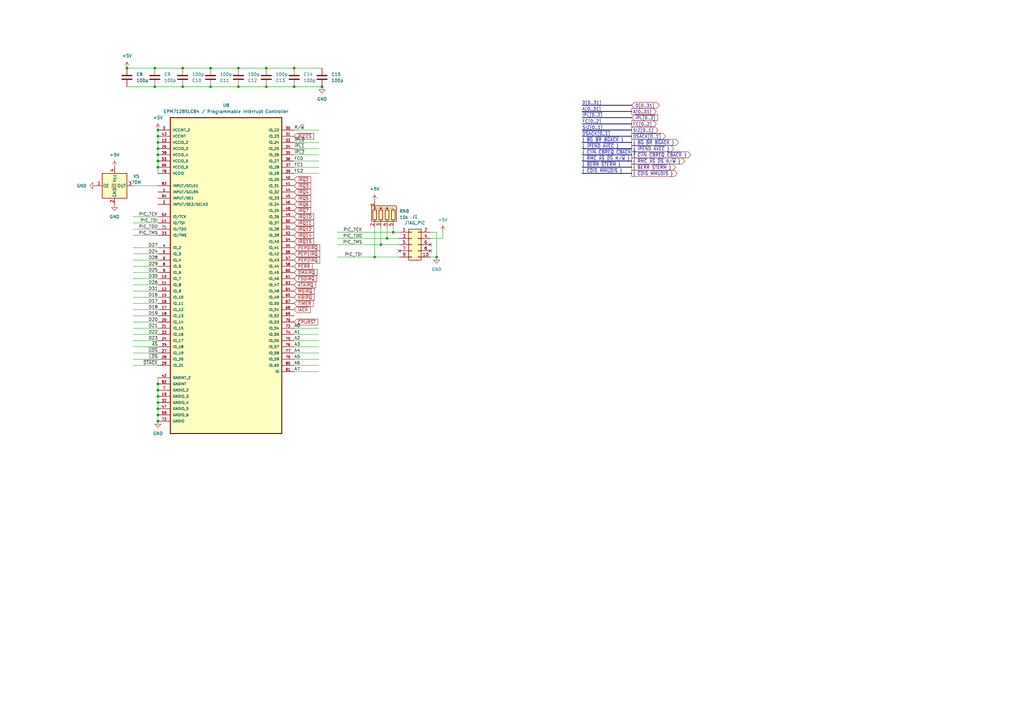
<source format=kicad_sch>
(kicad_sch (version 20230121) (generator eeschema)
  (paper "A3")
  (lib_symbols
    (symbol "Connector_Generic:Conn_02x05_Odd_Even" (pin_names (offset 1.016) hide)
      (property "Reference" "J" (at 1.27 7.62 0))
      (property "Value" "Conn_02x05_Odd_Even" (at 1.27 -7.62 0))
      (symbol "Conn_02x05_Odd_Even_1_1"
        (rectangle (start -1.27 -4.953) (end 0 -5.207) (stroke (width 0.1524)))
        (rectangle (start -1.27 -2.413) (end 0 -2.667) (stroke (width 0.1524)))
        (rectangle (start -1.27 0.127) (end 0 -0.127) (stroke (width 0.1524)))
        (rectangle (start -1.27 2.667) (end 0 2.413) (stroke (width 0.1524)))
        (rectangle (start -1.27 5.207) (end 0 4.953) (stroke (width 0.1524)))
        (rectangle (start -1.27 6.35) (end 3.81 -6.35) (stroke (width 0.254)) (fill (type background)))
        (rectangle (start 3.81 -4.953) (end 2.54 -5.207) (stroke (width 0.1524)))
        (rectangle (start 3.81 -2.413) (end 2.54 -2.667) (stroke (width 0.1524)))
        (rectangle (start 3.81 0.127) (end 2.54 -0.127) (stroke (width 0.1524)))
        (rectangle (start 3.81 2.667) (end 2.54 2.413) (stroke (width 0.1524)))
        (rectangle (start 3.81 5.207) (end 2.54 4.953) (stroke (width 0.1524)))
        (pin passive line (at -5.08 5.08 0) (length 3.81) (name "Pin_1") (number "1"))
        (pin passive line (at 7.62 -5.08 180) (length 3.81) (name "Pin_10") (number "10"))
        (pin passive line (at 7.62 5.08 180) (length 3.81) (name "Pin_2") (number "2"))
        (pin passive line (at -5.08 2.54 0) (length 3.81) (name "Pin_3") (number "3"))
        (pin passive line (at 7.62 2.54 180) (length 3.81) (name "Pin_4") (number "4"))
        (pin passive line (at -5.08 0 0) (length 3.81) (name "Pin_5") (number "5"))
        (pin passive line (at 7.62 0 180) (length 3.81) (name "Pin_6") (number "6"))
        (pin passive line (at -5.08 -2.54 0) (length 3.81) (name "Pin_7") (number "7"))
        (pin passive line (at 7.62 -2.54 180) (length 3.81) (name "Pin_8") (number "8"))
        (pin passive line (at -5.08 -5.08 0) (length 3.81) (name "Pin_9") (number "9"))
      )
    )
    (symbol "Device:C" (pin_numbers hide) (pin_names (offset 0.254))
      (property "Reference" "C" (at 0.635 2.54 0))
      (property "Value" "C" (at 0.635 -2.54 0))
      (symbol "C_0_1"
        (polyline (pts (xy -2.032 -0.762) (xy 2.032 -0.762)) (stroke (width 0.508)))
        (polyline (pts (xy -2.032 0.762) (xy 2.032 0.762)) (stroke (width 0.508)))
      )
      (symbol "C_1_1"
        (pin passive line (at 0 3.81 270) (length 2.794) (name "~") (number "1"))
        (pin passive line (at 0 -3.81 90) (length 2.794) (name "~") (number "2"))
      )
    )
    (symbol "Device:R_Network04" (pin_names (offset 0) hide)
      (property "Reference" "RN" (at -7.62 0 90))
      (property "Value" "R_Network04" (at 5.08 0 90))
      (symbol "R_Network04_0_1"
        (rectangle (start -6.35 -3.175) (end 3.81 3.175) (stroke (width 0.254)) (fill (type background)))
        (rectangle (start -5.842 1.524) (end -4.318 -2.54) (stroke (width 0.254)))
        (circle (center -5.08 2.286) (radius 0.254) (fill (type outline)))
        (rectangle (start -3.302 1.524) (end -1.778 -2.54) (stroke (width 0.254)))
        (circle (center -2.54 2.286) (radius 0.254) (fill (type outline)))
        (rectangle (start -0.762 1.524) (end 0.762 -2.54) (stroke (width 0.254)))
        (polyline (pts (xy -5.08 -2.54) (xy -5.08 -3.81)))
        (polyline (pts (xy -2.54 -2.54) (xy -2.54 -3.81)))
        (polyline (pts (xy 0 -2.54) (xy 0 -3.81)))
        (polyline (pts (xy 2.54 -2.54) (xy 2.54 -3.81)))
        (polyline (pts (xy -5.08 1.524) (xy -5.08 2.286) (xy -2.54 2.286) (xy -2.54 1.524)))
        (polyline (pts (xy -2.54 1.524) (xy -2.54 2.286) (xy 0 2.286) (xy 0 1.524)))
        (polyline (pts (xy 0 1.524) (xy 0 2.286) (xy 2.54 2.286) (xy 2.54 1.524)))
        (circle (center 0 2.286) (radius 0.254) (fill (type outline)))
        (rectangle (start 1.778 1.524) (end 3.302 -2.54) (stroke (width 0.254)))
      )
      (symbol "R_Network04_1_1"
        (pin passive line (at -5.08 5.08 270) (length 2.54) (name "common") (number "1"))
        (pin passive line (at -5.08 -5.08 90) (length 1.27) (name "R1") (number "2"))
        (pin passive line (at -2.54 -5.08 90) (length 1.27) (name "R2") (number "3"))
        (pin passive line (at 0 -5.08 90) (length 1.27) (name "R3") (number "4"))
        (pin passive line (at 2.54 -5.08 90) (length 1.27) (name "R4") (number "5"))
      )
    )
    (symbol "EPM7128SLC84-15:EPM7128SLC84-15" (pin_names (offset 1.016))
      (property "Reference" "U" (at -5.3672 65.0935 0))
      (property "Value" "EPM7128SLC84-15" (at -5.497 -74.6679 0))
      (symbol "EPM7128SLC84-15_0_0"
        (rectangle (start -22.86 -68.58) (end 22.86 60.96) (stroke (width 0.4064)) (fill (type background)))
        (pin input line (at -27.94 30.48 0) (length 5.08) (name "INPUT/GCLRN") (number "1"))
        (pin bidirectional line (at -27.94 -5.08 0) (length 5.08) (name "IO_7") (number "10"))
        (pin bidirectional line (at -27.94 -7.62 0) (length 5.08) (name "IO_8") (number "11"))
        (pin bidirectional line (at -27.94 -10.16 0) (length 5.08) (name "IO_9") (number "12"))
        (pin power_in line (at -27.94 50.8 0) (length 5.08) (name "VCCIO_2") (number "13"))
        (pin bidirectional line (at -27.94 17.78 0) (length 5.08) (name "IO/TDI") (number "14"))
        (pin bidirectional line (at -27.94 -12.7 0) (length 5.08) (name "IO_10") (number "15"))
        (pin bidirectional line (at -27.94 -15.24 0) (length 5.08) (name "IO_11") (number "16"))
        (pin bidirectional line (at -27.94 -17.78 0) (length 5.08) (name "IO_12") (number "17"))
        (pin bidirectional line (at -27.94 -20.32 0) (length 5.08) (name "IO_13") (number "18"))
        (pin passive line (at -27.94 -53.34 0) (length 5.08) (name "GNDIO_3") (number "19"))
        (pin input line (at -27.94 25.4 0) (length 5.08) (name "INPUT/OE2/GCLK2") (number "2"))
        (pin bidirectional line (at -27.94 -22.86 0) (length 5.08) (name "IO_14") (number "20"))
        (pin bidirectional line (at -27.94 -25.4 0) (length 5.08) (name "IO_15") (number "21"))
        (pin bidirectional line (at -27.94 -27.94 0) (length 5.08) (name "IO_16") (number "22"))
        (pin bidirectional line (at -27.94 12.7 0) (length 5.08) (name "IO/TMS") (number "23"))
        (pin bidirectional line (at -27.94 -30.48 0) (length 5.08) (name "IO_17") (number "24"))
        (pin bidirectional line (at -27.94 -33.02 0) (length 5.08) (name "IO_18") (number "25"))
        (pin power_in line (at -27.94 48.26 0) (length 5.08) (name "VCCIO_3") (number "26"))
        (pin bidirectional line (at -27.94 -35.56 0) (length 5.08) (name "IO_19") (number "27"))
        (pin bidirectional line (at -27.94 -38.1 0) (length 5.08) (name "IO_20") (number "28"))
        (pin bidirectional line (at -27.94 -40.64 0) (length 5.08) (name "IO_21") (number "29"))
        (pin power_in line (at -27.94 55.88 0) (length 5.08) (name "VCCINT_2") (number "3"))
        (pin bidirectional line (at 27.94 55.88 180) (length 5.08) (name "IO_22") (number "30"))
        (pin bidirectional line (at 27.94 53.34 180) (length 5.08) (name "IO_23") (number "31"))
        (pin passive line (at -27.94 -55.88 0) (length 5.08) (name "GNDIO_4") (number "32"))
        (pin bidirectional line (at 27.94 50.8 180) (length 5.08) (name "IO_24") (number "33"))
        (pin bidirectional line (at 27.94 48.26 180) (length 5.08) (name "IO_25") (number "34"))
        (pin bidirectional line (at 27.94 45.72 180) (length 5.08) (name "IO_26") (number "35"))
        (pin bidirectional line (at 27.94 43.18 180) (length 5.08) (name "IO_27") (number "36"))
        (pin bidirectional line (at 27.94 40.64 180) (length 5.08) (name "IO_28") (number "37"))
        (pin power_in line (at -27.94 45.72 0) (length 5.08) (name "VCCIO_4") (number "38"))
        (pin bidirectional line (at 27.94 38.1 180) (length 5.08) (name "IO_29") (number "39"))
        (pin bidirectional line (at -27.94 7.62 0) (length 5.08) (name "IO_2") (number "4"))
        (pin bidirectional line (at 27.94 35.56 180) (length 5.08) (name "IO_30") (number "40"))
        (pin bidirectional line (at 27.94 33.02 180) (length 5.08) (name "IO_31") (number "41"))
        (pin passive line (at -27.94 -45.72 0) (length 5.08) (name "GNDINT_2") (number "42"))
        (pin power_in line (at -27.94 53.34 0) (length 5.08) (name "VCCINT") (number "43"))
        (pin bidirectional line (at 27.94 30.48 180) (length 5.08) (name "IO_32") (number "44"))
        (pin bidirectional line (at 27.94 27.94 180) (length 5.08) (name "IO_33") (number "45"))
        (pin bidirectional line (at 27.94 25.4 180) (length 5.08) (name "IO_34") (number "46"))
        (pin passive line (at -27.94 -58.42 0) (length 5.08) (name "GNDIO_5") (number "47"))
        (pin bidirectional line (at 27.94 22.86 180) (length 5.08) (name "IO_35") (number "48"))
        (pin bidirectional line (at 27.94 20.32 180) (length 5.08) (name "IO_36") (number "49"))
        (pin bidirectional line (at -27.94 5.08 0) (length 5.08) (name "IO_3") (number "5"))
        (pin bidirectional line (at 27.94 17.78 180) (length 5.08) (name "IO_37") (number "50"))
        (pin bidirectional line (at 27.94 15.24 180) (length 5.08) (name "IO_38") (number "51"))
        (pin bidirectional line (at 27.94 12.7 180) (length 5.08) (name "IO_39") (number "52"))
        (pin power_in line (at -27.94 43.18 0) (length 5.08) (name "VCCIO_5") (number "53"))
        (pin bidirectional line (at 27.94 10.16 180) (length 5.08) (name "IO_40") (number "54"))
        (pin bidirectional line (at 27.94 7.62 180) (length 5.08) (name "IO_41") (number "55"))
        (pin bidirectional line (at 27.94 5.08 180) (length 5.08) (name "IO_42") (number "56"))
        (pin bidirectional line (at 27.94 2.54 180) (length 5.08) (name "IO_43") (number "57"))
        (pin bidirectional line (at 27.94 0 180) (length 5.08) (name "IO_44") (number "58"))
        (pin passive line (at -27.94 -60.96 0) (length 5.08) (name "GNDIO_6") (number "59"))
        (pin bidirectional line (at -27.94 2.54 0) (length 5.08) (name "IO_4") (number "6"))
        (pin bidirectional line (at 27.94 -2.54 180) (length 5.08) (name "IO_45") (number "60"))
        (pin bidirectional line (at 27.94 -5.08 180) (length 5.08) (name "IO_46") (number "61"))
        (pin bidirectional line (at -27.94 20.32 0) (length 5.08) (name "IO/TCK") (number "62"))
        (pin bidirectional line (at 27.94 -7.62 180) (length 5.08) (name "IO_47") (number "63"))
        (pin bidirectional line (at 27.94 -10.16 180) (length 5.08) (name "IO_48") (number "64"))
        (pin bidirectional line (at 27.94 -12.7 180) (length 5.08) (name "IO_49") (number "65"))
        (pin power_in line (at -27.94 40.64 0) (length 5.08) (name "VCCIO_6") (number "66"))
        (pin bidirectional line (at 27.94 -15.24 180) (length 5.08) (name "IO_50") (number "67"))
        (pin bidirectional line (at 27.94 -17.78 180) (length 5.08) (name "IO_51") (number "68"))
        (pin bidirectional line (at 27.94 -20.32 180) (length 5.08) (name "IO_52") (number "69"))
        (pin passive line (at -27.94 -50.8 0) (length 5.08) (name "GNDIO_2") (number "7"))
        (pin bidirectional line (at 27.94 -22.86 180) (length 5.08) (name "IO_53") (number "70"))
        (pin bidirectional line (at -27.94 15.24 0) (length 5.08) (name "IO/TDO") (number "71"))
        (pin passive line (at -27.94 -63.5 0) (length 5.08) (name "GNDIO") (number "72"))
        (pin bidirectional line (at 27.94 -25.4 180) (length 5.08) (name "IO_54") (number "73"))
        (pin bidirectional line (at 27.94 -27.94 180) (length 5.08) (name "IO_55") (number "74"))
        (pin bidirectional line (at 27.94 -30.48 180) (length 5.08) (name "IO_56") (number "75"))
        (pin bidirectional line (at 27.94 -33.02 180) (length 5.08) (name "IO_57") (number "76"))
        (pin bidirectional line (at 27.94 -35.56 180) (length 5.08) (name "IO_58") (number "77"))
        (pin power_in line (at -27.94 38.1 0) (length 5.08) (name "VCCIO") (number "78"))
        (pin bidirectional line (at 27.94 -38.1 180) (length 5.08) (name "IO_59") (number "79"))
        (pin bidirectional line (at -27.94 0 0) (length 5.08) (name "IO_5") (number "8"))
        (pin bidirectional line (at 27.94 -40.64 180) (length 5.08) (name "IO_60") (number "80"))
        (pin bidirectional line (at 27.94 -43.18 180) (length 5.08) (name "IO") (number "81"))
        (pin passive line (at -27.94 -48.26 0) (length 5.08) (name "GNDINT") (number "82"))
        (pin input line (at -27.94 33.02 0) (length 5.08) (name "INPUT/GCLK1") (number "83"))
        (pin input line (at -27.94 27.94 0) (length 5.08) (name "INPUT/OE1") (number "84"))
        (pin bidirectional line (at -27.94 -2.54 0) (length 5.08) (name "IO_6") (number "9"))
      )
    )
    (symbol "Oscillator:SG-8002CA" (pin_names (offset 0.254))
      (property "Reference" "X" (at -5.08 6.35 0))
      (property "Value" "SG-8002CA" (at 1.27 -6.35 0))
      (symbol "SG-8002CA_0_1"
        (rectangle (start -5.08 5.08) (end 5.08 -5.08) (stroke (width 0.254)) (fill (type background)))
        (polyline (pts (xy -1.27 -0.762) (xy -1.016 -0.762) (xy -1.016 0.762) (xy -0.508 0.762) (xy -0.508 -0.762) (xy 0 -0.762) (xy 0 0.762) (xy 0.508 0.762) (xy 0.508 -0.762) (xy 0.762 -0.762)))
      )
      (symbol "SG-8002CA_1_1"
        (pin input line (at -7.62 0 0) (length 2.54) (name "OE") (number "1"))
        (pin power_in line (at 0 -7.62 90) (length 2.54) (name "GND") (number "2"))
        (pin output line (at 7.62 0 180) (length 2.54) (name "OUT") (number "3"))
        (pin power_in line (at 0 7.62 270) (length 2.54) (name "Vcc") (number "4"))
      )
    )
    (symbol "power:+5V" (power) (pin_names (offset 0))
      (property "Value" "+5V" (at 0 3.556 0))
      (symbol "+5V_0_1"
        (polyline (pts (xy -0.762 1.27) (xy 0 2.54)))
        (polyline (pts (xy 0 0) (xy 0 2.54)))
        (polyline (pts (xy 0 2.54) (xy 0.762 1.27)))
      )
      (symbol "+5V_1_1"
        (pin power_in line (at 0 0 90) (length 0) hide (name "+5V") (number "1"))
      )
    )
    (symbol "power:GND" (power) (pin_names (offset 0))
      (property "Value" "GND" (at 0 -3.81 0))
      (symbol "GND_0_1"
        (polyline (pts (xy 0 0) (xy 0 -1.27) (xy 1.27 -1.27) (xy 0 -2.54) (xy -1.27 -1.27) (xy 0 -1.27)))
      )
      (symbol "GND_1_1"
        (pin power_in line (at 0 0 270) (length 0) hide (name "GND") (number "1"))
      )
    )
  )
  (junction (at 109.22 35.56))
  (junction (at 86.36 35.56))
  (junction (at 64.77 63.5))
  (junction (at 64.77 162.56))
  (junction (at 64.77 167.64))
  (junction (at 156.21 100.33))
  (junction (at 86.36 27.94))
  (junction (at 64.77 58.42))
  (junction (at 64.77 66.04))
  (junction (at 158.75 97.79))
  (junction (at 64.77 170.18))
  (junction (at 64.77 53.34))
  (junction (at 97.79 27.94))
  (junction (at 97.79 35.56))
  (junction (at 109.22 27.94))
  (junction (at 120.65 27.94))
  (junction (at 74.93 27.94))
  (junction (at 132.08 35.56))
  (junction (at 64.77 55.88))
  (junction (at 153.67 105.41))
  (junction (at 52.07 27.94))
  (junction (at 64.77 172.72))
  (junction (at 120.65 35.56))
  (junction (at 63.5 27.94))
  (junction (at 64.77 60.96))
  (junction (at 161.29 95.25))
  (junction (at 179.07 105.41))
  (junction (at 64.77 68.58))
  (junction (at 64.77 160.02))
  (junction (at 63.5 35.56))
  (junction (at 64.77 157.48))
  (junction (at 64.77 165.1))
  (junction (at 74.93 35.56))
  (no_connect (at 163.83 102.87))
  (no_connect (at 176.53 100.33))
  (no_connect (at 176.53 102.87))
  (bus (pts (xy 238.76 71.12) (xy 259.08 71.12)))
  (wire (pts (xy 130.81 63.5) (xy 120.65 63.5)))
  (wire (pts (xy 153.67 92.71) (xy 153.67 105.41)))
  (bus (pts (xy 238.76 68.58) (xy 259.08 68.58)))
  (bus (pts (xy 238.76 60.96) (xy 259.08 60.96)))
  (wire (pts (xy 54.61 111.76) (xy 64.77 111.76)))
  (bus (pts (xy 238.76 55.88) (xy 259.08 55.88)))
  (wire (pts (xy 64.77 60.96) (xy 64.77 63.5)))
  (bus (pts (xy 238.76 45.72) (xy 259.08 45.72)))
  (bus (pts (xy 238.76 53.34) (xy 259.08 53.34)))
  (wire (pts (xy 130.81 144.78) (xy 120.65 144.78)))
  (wire (pts (xy 179.07 95.25) (xy 179.07 105.41)))
  (wire (pts (xy 176.53 95.25) (xy 179.07 95.25)))
  (wire (pts (xy 54.61 137.16) (xy 64.77 137.16)))
  (wire (pts (xy 86.36 35.56) (xy 74.93 35.56)))
  (wire (pts (xy 54.61 129.54) (xy 64.77 129.54)))
  (wire (pts (xy 54.61 106.68) (xy 64.77 106.68)))
  (wire (pts (xy 64.77 157.48) (xy 64.77 160.02)))
  (wire (pts (xy 109.22 27.94) (xy 120.65 27.94)))
  (wire (pts (xy 130.81 53.34) (xy 120.65 53.34)))
  (bus (pts (xy 238.76 50.8) (xy 259.08 50.8)))
  (wire (pts (xy 176.53 105.41) (xy 179.07 105.41)))
  (wire (pts (xy 54.61 124.46) (xy 64.77 124.46)))
  (wire (pts (xy 130.81 147.32) (xy 120.65 147.32)))
  (wire (pts (xy 130.81 142.24) (xy 120.65 142.24)))
  (wire (pts (xy 138.43 95.25) (xy 161.29 95.25)))
  (wire (pts (xy 64.77 160.02) (xy 64.77 162.56)))
  (wire (pts (xy 54.61 134.62) (xy 64.77 134.62)))
  (wire (pts (xy 138.43 97.79) (xy 158.75 97.79)))
  (wire (pts (xy 54.61 144.78) (xy 64.77 144.78)))
  (wire (pts (xy 54.61 109.22) (xy 64.77 109.22)))
  (bus (pts (xy 238.76 58.42) (xy 259.08 58.42)))
  (wire (pts (xy 138.43 105.41) (xy 153.67 105.41)))
  (wire (pts (xy 64.77 162.56) (xy 64.77 165.1)))
  (wire (pts (xy 130.81 134.62) (xy 120.65 134.62)))
  (wire (pts (xy 54.61 96.52) (xy 64.77 96.52)))
  (wire (pts (xy 54.61 101.6) (xy 64.77 101.6)))
  (wire (pts (xy 52.07 27.94) (xy 63.5 27.94)))
  (wire (pts (xy 138.43 100.33) (xy 156.21 100.33)))
  (wire (pts (xy 132.08 35.56) (xy 120.65 35.56)))
  (wire (pts (xy 109.22 35.56) (xy 97.79 35.56)))
  (wire (pts (xy 54.61 93.98) (xy 64.77 93.98)))
  (wire (pts (xy 63.5 35.56) (xy 52.07 35.56)))
  (wire (pts (xy 54.61 149.86) (xy 64.77 149.86)))
  (wire (pts (xy 156.21 100.33) (xy 163.83 100.33)))
  (wire (pts (xy 54.61 132.08) (xy 64.77 132.08)))
  (wire (pts (xy 64.77 55.88) (xy 64.77 58.42)))
  (wire (pts (xy 64.77 58.42) (xy 64.77 60.96)))
  (bus (pts (xy 238.76 43.18) (xy 259.08 43.18)))
  (wire (pts (xy 130.81 137.16) (xy 120.65 137.16)))
  (wire (pts (xy 54.61 142.24) (xy 64.77 142.24)))
  (wire (pts (xy 156.21 92.71) (xy 156.21 100.33)))
  (wire (pts (xy 54.61 139.7) (xy 64.77 139.7)))
  (wire (pts (xy 161.29 92.71) (xy 161.29 95.25)))
  (wire (pts (xy 161.29 95.25) (xy 163.83 95.25)))
  (wire (pts (xy 130.81 71.12) (xy 120.65 71.12)))
  (wire (pts (xy 54.61 127) (xy 64.77 127)))
  (wire (pts (xy 64.77 154.94) (xy 64.77 157.48)))
  (wire (pts (xy 130.81 66.04) (xy 120.65 66.04)))
  (wire (pts (xy 181.61 97.79) (xy 176.53 97.79)))
  (bus (pts (xy 238.76 63.5) (xy 259.08 63.5)))
  (wire (pts (xy 130.81 68.58) (xy 120.65 68.58)))
  (wire (pts (xy 64.77 53.34) (xy 64.77 55.88)))
  (wire (pts (xy 120.65 35.56) (xy 109.22 35.56)))
  (wire (pts (xy 153.67 105.41) (xy 163.83 105.41)))
  (wire (pts (xy 64.77 63.5) (xy 64.77 66.04)))
  (wire (pts (xy 86.36 27.94) (xy 97.79 27.94)))
  (wire (pts (xy 54.61 88.9) (xy 64.77 88.9)))
  (wire (pts (xy 97.79 27.94) (xy 109.22 27.94)))
  (wire (pts (xy 54.61 121.92) (xy 64.77 121.92)))
  (wire (pts (xy 158.75 92.71) (xy 158.75 97.79)))
  (wire (pts (xy 120.65 27.94) (xy 132.08 27.94)))
  (wire (pts (xy 130.81 139.7) (xy 120.65 139.7)))
  (wire (pts (xy 64.77 165.1) (xy 64.77 167.64)))
  (wire (pts (xy 74.93 27.94) (xy 86.36 27.94)))
  (wire (pts (xy 130.81 152.4) (xy 120.65 152.4)))
  (wire (pts (xy 63.5 27.94) (xy 74.93 27.94)))
  (wire (pts (xy 54.61 147.32) (xy 64.77 147.32)))
  (wire (pts (xy 54.61 119.38) (xy 64.77 119.38)))
  (wire (pts (xy 54.61 76.2) (xy 64.77 76.2)))
  (wire (pts (xy 64.77 68.58) (xy 64.77 71.12)))
  (wire (pts (xy 54.61 116.84) (xy 64.77 116.84)))
  (wire (pts (xy 181.61 95.25) (xy 181.61 97.79)))
  (wire (pts (xy 130.81 60.96) (xy 120.65 60.96)))
  (wire (pts (xy 64.77 167.64) (xy 64.77 170.18)))
  (wire (pts (xy 130.81 58.42) (xy 120.65 58.42)))
  (wire (pts (xy 97.79 35.56) (xy 86.36 35.56)))
  (bus (pts (xy 238.76 66.04) (xy 259.08 66.04)))
  (wire (pts (xy 130.81 149.86) (xy 120.65 149.86)))
  (wire (pts (xy 54.61 114.3) (xy 64.77 114.3)))
  (wire (pts (xy 64.77 66.04) (xy 64.77 68.58)))
  (wire (pts (xy 54.61 104.14) (xy 64.77 104.14)))
  (wire (pts (xy 64.77 170.18) (xy 64.77 172.72)))
  (bus (pts (xy 238.76 48.26) (xy 259.08 48.26)))
  (wire (pts (xy 54.61 91.44) (xy 64.77 91.44)))
  (wire (pts (xy 74.93 35.56) (xy 63.5 35.56)))
  (wire (pts (xy 158.75 97.79) (xy 163.83 97.79)))
  (label "D17" (at 64.77 124.46 180))
  (label "A[0..31]" (at 238.76 45.72 0))
  (label "A1" (at 120.65 137.16 0))
  (label "~{IPL[0..2]}" (at 238.76 48.26 0))
  (label "A7" (at 120.65 152.4 0))
  (label "D19" (at 64.77 129.54 180))
  (label "~{AS}" (at 64.77 142.24 180))
  (label "D22" (at 64.77 137.16 180))
  (label "PIC_TCK" (at 64.77 88.9 180))
  (label "D29" (at 64.77 109.22 180))
  (label "D20" (at 64.77 132.08 180))
  (label "A5" (at 120.65 147.32 0))
  (label "{ ~{IPEND} ~{AVEC} }" (at 238.76 60.96 0))
  (label "A4" (at 120.65 144.78 0))
  (label "~{UDS}" (at 64.77 144.78 180))
  (label "D23" (at 64.77 139.7 180))
  (label "{ ~{RMC} ~{AS} ~{DS} R{slash}~{W} }" (at 238.76 66.04 0))
  (label "A3" (at 120.65 142.24 0))
  (label "~{LDS}" (at 64.77 147.32 180))
  (label "D28" (at 64.77 106.68 180))
  (label "D25" (at 64.77 111.76 180))
  (label "A0" (at 120.65 134.62 0))
  (label "SIZ[0..1]" (at 238.76 53.34 0))
  (label "PIC_TDO" (at 64.77 93.98 180))
  (label "FC0" (at 120.65 66.04 0))
  (label "FC[0..2]" (at 238.76 50.8 0))
  (label "D[0..31]" (at 238.76 43.18 0))
  (label "PIC_TMS" (at 64.77 96.52 180))
  (label "{ ~{BERR} ~{STERM} }" (at 238.76 68.58 0))
  (label "FC2" (at 120.65 71.12 0))
  (label "~{DTACK}" (at 64.77 149.86 180))
  (label "D24" (at 64.77 104.14 180))
  (label "PIC_TDO" (at 148.59 97.79 180))
  (label "FC1" (at 120.65 68.58 0))
  (label "D31" (at 64.77 119.38 180))
  (label "{ ~{CDIS} ~{MMUDIS} }" (at 238.76 71.12 0))
  (label "PIC_TCK" (at 148.59 95.25 180))
  (label "D16" (at 64.77 121.92 180))
  (label "{ ~{BG} ~{BR} ~{BGACK} }" (at 238.76 58.42 0))
  (label "A2" (at 120.65 139.7 0))
  (label "D30" (at 64.77 114.3 180))
  (label "PIC_TMS" (at 148.6184 100.33 180))
  (label "{ ~{CIIN} ~{CBREQ} ~{CBACK} }" (at 238.76 63.5 0))
  (label "PIC_TDI" (at 148.59 105.41 180))
  (label "D26" (at 64.77 116.84 180))
  (label "A6" (at 120.65 149.86 0))
  (label "~{IPL2}" (at 120.65 63.5 0))
  (label "D18" (at 64.77 127 180))
  (label "~{IPL1}" (at 120.65 60.96 0))
  (label "~{DSACK[0..1]}" (at 238.76 55.88 0))
  (label "R{slash}~{W}" (at 120.65 53.34 0))
  (label "PIC_TDI" (at 64.77 91.44 180))
  (label "D21" (at 64.77 134.62 180))
  (label "D27" (at 64.77 101.6 180))
  (label "~{IPL0}" (at 120.65 58.42 0))
  (global_label "D[0..31]" (shape bidirectional) (at 259.08 43.18 0) (property "Intersheetrefs" "${INTERSHEET_REFS}" (effects hide)))
  (global_label "~{IRQ6}" (shape input) (at 120.65 83.82 0) (property "Intersheetrefs" "${INTERSHEET_REFS}" (effects hide)))
  (global_label "{ ~{CIIN} ~{CBREQ} ~{CBACK} }" (shape output) (at 259.08 63.5 0) (property "Intersheetrefs" "${INTERSHEET_REFS}" (effects hide)))
  (global_label "SIZ[0..1]" (shape output) (at 259.08 53.34 0) (property "Intersheetrefs" "${INTERSHEET_REFS}" (effects hide)))
  (global_label "{ ~{IPEND} ~{AVEC} }" (shape output) (at 259.08 60.96 0) (property "Intersheetrefs" "${INTERSHEET_REFS}" (effects hide)))
  (global_label "~{IRQ4}" (shape input) (at 120.65 78.74 0) (property "Intersheetrefs" "${INTERSHEET_REFS}" (effects hide)))
  (global_label "~{PICCS}" (shape input) (at 120.65 55.88 0) (property "Intersheetrefs" "${INTERSHEET_REFS}" (effects hide)))
  (global_label "~{IRQ11}" (shape input) (at 120.65 91.44 0) (property "Intersheetrefs" "${INTERSHEET_REFS}" (effects hide)))
  (global_label "~{IRQ15}" (shape input) (at 120.65 99.06 0) (property "Intersheetrefs" "${INTERSHEET_REFS}" (effects hide)))
  (global_label "~{IRQ2}" (shape input) (at 120.65 73.66 0) (property "Intersheetrefs" "${INTERSHEET_REFS}" (effects hide)))
  (global_label "~{TIMER}" (shape input) (at 120.65 124.46 0) (property "Intersheetrefs" "${INTERSHEET_REFS}" (effects hide)))
  (global_label "~{DMAIRQ}" (shape input) (at 120.65 111.76 0) (property "Intersheetrefs" "${INTERSHEET_REFS}" (effects hide)))
  (global_label "~{PEP0IRQ}" (shape input) (at 120.65 101.6 0) (property "Intersheetrefs" "${INTERSHEET_REFS}" (effects hide)))
  (global_label "{ ~{BERR} ~{STERM} }" (shape output) (at 259.08 68.58 0) (property "Intersheetrefs" "${INTERSHEET_REFS}" (effects hide)))
  (global_label "~{CPURST}" (shape input) (at 120.65 132.08 0) (property "Intersheetrefs" "${INTERSHEET_REFS}" (effects hide)))
  (global_label "~{IRQ14}" (shape input) (at 120.65 96.52 0) (property "Intersheetrefs" "${INTERSHEET_REFS}" (effects hide)))
  (global_label "~{IRQ5}" (shape input) (at 120.65 81.28 0) (property "Intersheetrefs" "${INTERSHEET_REFS}" (effects hide)))
  (global_label "FC[0..2]" (shape output) (at 259.08 50.8 0) (property "Intersheetrefs" "${INTERSHEET_REFS}" (effects hide)))
  (global_label "~{IACK}" (shape input) (at 120.65 127 0) (property "Intersheetrefs" "${INTERSHEET_REFS}" (effects hide)))
  (global_label "~{IPL[0..2]}" (shape input) (at 259.08 48.26 0) (property "Intersheetrefs" "${INTERSHEET_REFS}" (effects hide)))
  (global_label "~{IRQ12}" (shape input) (at 120.65 93.98 0) (property "Intersheetrefs" "${INTERSHEET_REFS}" (effects hide)))
  (global_label "A[0..31]" (shape output) (at 259.08 45.72 0) (property "Intersheetrefs" "${INTERSHEET_REFS}" (effects hide)))
  (global_label "~{ATAIRQ}" (shape input) (at 120.65 116.84 0) (property "Intersheetrefs" "${INTERSHEET_REFS}" (effects hide)))
  (global_label "~{DSACK[0..1]}" (shape output) (at 259.08 55.88 0) (property "Intersheetrefs" "${INTERSHEET_REFS}" (effects hide)))
  (global_label "{ ~{CDIS} ~{MMUDIS} }" (shape output) (at 259.08 71.12 0) (property "Intersheetrefs" "${INTERSHEET_REFS}" (effects hide)))
  (global_label "~{KBIRQ}" (shape input) (at 120.65 121.92 0) (property "Intersheetrefs" "${INTERSHEET_REFS}" (effects hide)))
  (global_label "~{PEP2IRQ}" (shape input) (at 120.65 106.68 0) (property "Intersheetrefs" "${INTERSHEET_REFS}" (effects hide)))
  (global_label "~{MSIRQ}" (shape input) (at 120.65 119.38 0) (property "Intersheetrefs" "${INTERSHEET_REFS}" (effects hide)))
  (global_label "~{PEP1IRQ}" (shape input) (at 120.65 104.14 0) (property "Intersheetrefs" "${INTERSHEET_REFS}" (effects hide)))
  (global_label "{ ~{RMC} ~{AS} ~{DS} R{slash}~{W} }" (shape output) (at 259.08 66.04 0) (property "Intersheetrefs" "${INTERSHEET_REFS}" (effects hide)))
  (global_label "~{FDDIRQ}" (shape input) (at 120.65 114.3 0) (property "Intersheetrefs" "${INTERSHEET_REFS}" (effects hide)))
  (global_label "{ ~{BG} ~{BR} ~{BGACK} }" (shape output) (at 259.08 58.42 0) (property "Intersheetrefs" "${INTERSHEET_REFS}" (effects hide)))
  (global_label "~{PERR}" (shape input) (at 120.65 109.22 0) (property "Intersheetrefs" "${INTERSHEET_REFS}" (effects hide)))
  (global_label "~{IRQ10}" (shape input) (at 120.65 88.9 0) (property "Intersheetrefs" "${INTERSHEET_REFS}" (effects hide)))
  (global_label "~{IRQ3}" (shape input) (at 120.65 76.2 0) (property "Intersheetrefs" "${INTERSHEET_REFS}" (effects hide)))
  (global_label "~{IRQ7}" (shape input) (at 120.65 86.36 0) (property "Intersheetrefs" "${INTERSHEET_REFS}" (effects hide)))
  (symbol (lib_id "power:GND") (at 64.77 172.72 0) (unit 1)
    (property "Reference" "#PWR046" (effects hide))
    (property "Value" "GND" (at 64.77 177.8 0))
    (instances (project "m68k-hbc" (path "" (reference "#PWR046") (unit 1)) (path "" (reference "#PWR0257") (unit 1))))
  )
  (symbol (lib_id "Device:C") (at 97.79 31.75 0) (mirror x) (unit 1)
    (property "Reference" "C12" (at 101.6 33.02 0) (effects (justify left)))
    (property "Value" "100p" (at 101.6 30.48 0) (effects (justify left)))
    (property "Footprint" "Capacitor_SMD:C_1206_3216Metric_Pad1.33x1.80mm_HandSolder" (effects hide))
    (instances (project "m68k-hbc" (path "" (reference "C12") (unit 1)) (path "" (reference "C80") (unit 1))))
  )
  (symbol (lib_id "Device:C") (at 74.93 31.75 0) (mirror x) (unit 1)
    (property "Reference" "C10" (at 78.74 33.02 0) (effects (justify left)))
    (property "Value" "100p" (at 78.74 30.48 0) (effects (justify left)))
    (property "Footprint" "Capacitor_SMD:C_1206_3216Metric_Pad1.33x1.80mm_HandSolder" (effects hide))
    (instances (project "m68k-hbc" (path "" (reference "C10") (unit 1)) (path "" (reference "C78") (unit 1))))
  )
  (symbol (lib_id "power:+5V") (at 64.77 53.34 0) (unit 1)
    (property "Reference" "#PWR023" (effects hide))
    (property "Value" "+5V" (at 64.77 48.26 0))
    (instances (project "m68k-hbc" (path "" (reference "#PWR023") (unit 1)) (path "" (reference "#PWR0250") (unit 1))))
  )
  (symbol (lib_id "Device:C") (at 63.5 31.75 0) (unit 1)
    (property "Reference" "C9" (at 67.31 30.48 0) (effects (justify left)))
    (property "Value" "100p" (at 67.31 33.02 0) (effects (justify left)))
    (property "Footprint" "Capacitor_SMD:C_1206_3216Metric_Pad1.33x1.80mm_HandSolder" (effects hide))
    (instances (project "m68k-hbc" (path "" (reference "C9") (unit 1)) (path "" (reference "C77") (unit 1))))
  )
  (symbol (lib_id "power:GND") (at 39.37 76.2 270) (unit 1)
    (property "Reference" "#PWR0236" (effects hide))
    (property "Value" "GND" (at 35.56 76.2 90) (effects (justify right)))
    (instances (project "m68k-hbc" (path "" (reference "#PWR0236") (unit 1)) (path "" (reference "#PWR0237") (unit 1)) (path "" (reference "#PWR029") (unit 1)) (path "" (reference "#PWR0252") (unit 1))))
  )
  (symbol (lib_id "power:+5V") (at 181.61 95.25 0) (unit 1)
    (property "Reference" "#PWR050" (effects hide))
    (property "Value" "+5V" (at 181.61 90.17 0))
    (instances (project "m68k-hbc" (path "" (reference "#PWR050") (unit 1)) (path "" (reference "#PWR036") (unit 1)) (path "" (reference "#PWR0255") (unit 1))))
  )
  (symbol (lib_id "power:GND") (at 179.07 105.41 0) (unit 1)
    (property "Reference" "#PWR055" (effects hide))
    (property "Value" "GND" (at 179.07 110.49 0))
    (instances (project "m68k-hbc" (path "" (reference "#PWR055") (unit 1)) (path "" (reference "#PWR038") (unit 1)) (path "" (reference "#PWR0256") (unit 1))))
  )
  (symbol (lib_id "power:GND") (at 132.08 35.56 0) (unit 1)
    (property "Reference" "#PWR021" (effects hide))
    (property "Value" "GND" (at 132.08 40.64 0))
    (instances (project "m68k-hbc" (path "" (reference "#PWR021") (unit 1)) (path "" (reference "#PWR0249") (unit 1))))
  )
  (symbol (lib_id "power:+5V") (at 46.99 68.58 0) (unit 1)
    (property "Reference" "#PWR028" (effects hide))
    (property "Value" "+5V" (at 46.99 63.5 0))
    (instances (project "m68k-hbc" (path "" (reference "#PWR028") (unit 1)) (path "" (reference "#PWR026") (unit 1)) (path "" (reference "#PWR0251") (unit 1))))
  )
  (symbol (lib_id "Device:C") (at 109.22 31.75 0) (mirror x) (unit 1)
    (property "Reference" "C13" (at 113.03 33.02 0) (effects (justify left)))
    (property "Value" "100p" (at 113.03 30.48 0) (effects (justify left)))
    (property "Footprint" "Capacitor_SMD:C_1206_3216Metric_Pad1.33x1.80mm_HandSolder" (effects hide))
    (instances (project "m68k-hbc" (path "" (reference "C13") (unit 1)) (path "" (reference "C81") (unit 1))))
  )
  (symbol (lib_id "Device:C") (at 86.36 31.75 0) (mirror x) (unit 1)
    (property "Reference" "C11" (at 90.17 33.02 0) (effects (justify left)))
    (property "Value" "100p" (at 90.17 30.48 0) (effects (justify left)))
    (property "Footprint" "Capacitor_SMD:C_1206_3216Metric_Pad1.33x1.80mm_HandSolder" (effects hide))
    (instances (project "m68k-hbc" (path "" (reference "C11") (unit 1)) (path "" (reference "C79") (unit 1))))
  )
  (symbol (lib_id "Connector_Generic:Conn_02x05_Odd_Even") (at 168.91 100.33 0) (unit 1)
    (property "Reference" "J1" (at 170.18 88.9 0))
    (property "Value" "JTAG_PIC" (at 170.18 91.44 0))
    (property "Footprint" "Connector_IDC:IDC-Header_2x05_P2.54mm_Vertical" (effects hide))
    (instances (project "m68k-hbc" (path "" (reference "J1") (unit 1)) (path "" (reference "J2") (unit 1)) (path "" (reference "J18") (unit 1))))
  )
  (symbol (lib_id "Device:R_Network04") (at 158.75 87.63 0) (unit 1)
    (property "Reference" "RN8" (at 163.83 86.614 0) (effects (justify left)))
    (property "Value" "10k" (at 163.83 89.154 0) (effects (justify left)))
    (property "Footprint" "Resistor_THT:R_Array_SIP5" (effects hide))
    (property "Datasheet" "http://www.vishay.com/docs/31509/csc.pdf" (effects hide))
    (instances (project "m68k-hbc" (path "" (reference "RN8") (unit 1)) (path "" (reference "RN3") (unit 1)) (path "" (reference "RN9") (unit 1))))
  )
  (symbol (lib_id "power:+5V") (at 52.07 27.94 0) (unit 1)
    (property "Reference" "#PWR019" (effects hide))
    (property "Value" "+5V" (at 52.07 22.86 0))
    (instances (project "m68k-hbc" (path "" (reference "#PWR019") (unit 1)) (path "" (reference "#PWR0248") (unit 1))))
  )
  (symbol (lib_id "Oscillator:SG-8002CA") (at 46.99 76.2 0) (unit 1)
    (property "Reference" "X5" (at 55.88 72.3139 0))
    (property "Value" "70M" (at 55.88 74.8539 0))
    (property "Footprint" "Oscillator:Oscillator_SMD_SeikoEpson_SG8002CA-4Pin_7.0x5.0mm" (effects hide))
    (property "Datasheet" "https://support.epson.biz/td/api/doc_check.php?mode=dl&lang=en&Parts=SG-8002DC" (effects hide))
    (instances (project "m68k-hbc" (path "" (reference "X5") (unit 1)) (path "" (reference "X3") (unit 1)) (path "" (reference "X1") (unit 1)) (path "" (reference "X3") (unit 1))))
  )
  (symbol (lib_id "power:GND") (at 46.99 83.82 0) (unit 1)
    (property "Reference" "#PWR029" (effects hide))
    (property "Value" "GND" (at 46.99 88.9 0))
    (instances (project "m68k-hbc" (path "" (reference "#PWR029") (unit 1)) (path "" (reference "#PWR033") (unit 1)) (path "" (reference "#PWR0254") (unit 1))))
  )
  (symbol (lib_id "power:+5V") (at 153.67 82.55 0) (unit 1)
    (property "Reference" "#PWR047" (effects hide))
    (property "Value" "+5V" (at 153.67 77.47 0))
    (instances (project "m68k-hbc" (path "" (reference "#PWR047") (unit 1)) (path "" (reference "#PWR032") (unit 1)) (path "" (reference "#PWR0253") (unit 1))))
  )
  (symbol (lib_id "Device:C") (at 132.08 31.75 0) (unit 1)
    (property "Reference" "C15" (at 135.89 30.48 0) (effects (justify left)))
    (property "Value" "100p" (at 135.89 33.02 0) (effects (justify left)))
    (property "Footprint" "Capacitor_SMD:C_1206_3216Metric_Pad1.33x1.80mm_HandSolder" (effects hide))
    (instances (project "m68k-hbc" (path "" (reference "C15") (unit 1)) (path "" (reference "C83") (unit 1))))
  )
  (symbol (lib_id "Device:C") (at 52.07 31.75 0) (unit 1)
    (property "Reference" "C8" (at 55.88 30.48 0) (effects (justify left)))
    (property "Value" "100p" (at 55.88 33.02 0) (effects (justify left)))
    (property "Footprint" "Capacitor_SMD:C_1206_3216Metric_Pad1.33x1.80mm_HandSolder" (effects hide))
    (instances (project "m68k-hbc" (path "" (reference "C8") (unit 1)) (path "" (reference "C76") (unit 1))))
  )
  (symbol (lib_id "EPM7128SLC84-15:EPM7128SLC84-15") (at 92.71 109.22 0) (unit 1)
    (property "Reference" "U8" (at 92.71 43.18 0))
    (property "Value" "EPM7128SLC84 / Programmable Interrupt Controller" (at 92.71 45.72 0))
    (property "Footprint" "Package_LCC:PLCC-84_THT-Socket" (effects hide))
    (property "MF" "Intel" (effects hide))
    (property "Description" "\nIC CPLD 128MC 15NS 84PLCC\n" (effects hide))
    (property "PACKAGE" "PLCC-84" (effects hide))
    (property "MPN" "EPM7128SLC84-15" (effects hide))
    (property "Price" "None" (effects hide))
    (property "Package" "PLCC-84 Altera" (effects hide))
    (property "OC_FARNELL" "1772141" (effects hide))
    (property "SnapEDA_Link" "https://www.snapeda.com/parts/EPM7128SLC84-15/Intel/view-part/?ref=snap" (effects hide))
    (property "MP" "EPM7128SLC84-15" (effects hide))
    (property "Purchase-URL" "https://pricing.snapeda.com/search?q=EPM7128SLC84-15&ref=eda" (effects hide))
    (property "SUPPLIER" "ALTERA" (effects hide))
    (property "OC_NEWARK" "51R0528" (effects hide))
    (property "Availability" "In Stock" (effects hide))
    (property "Check_prices" "https://www.snapeda.com/parts/EPM7128SLC84-15/Intel/view-part/?ref=eda" (effects hide))
    (instances (project "m68k-hbc" (path "" (reference "U8") (unit 1)) (path "" (reference "U30") (unit 1))))
  )
  (symbol (lib_id "Device:C") (at 120.65 31.75 0) (unit 1)
    (property "Reference" "C14" (at 124.46 30.48 0) (effects (justify left)))
    (property "Value" "100p" (at 124.46 33.02 0) (effects (justify left)))
    (property "Footprint" "Capacitor_SMD:C_1206_3216Metric_Pad1.33x1.80mm_HandSolder" (effects hide))
    (instances (project "m68k-hbc" (path "" (reference "C14") (unit 1)) (path "" (reference "C82") (unit 1))))
  )
)
</source>
